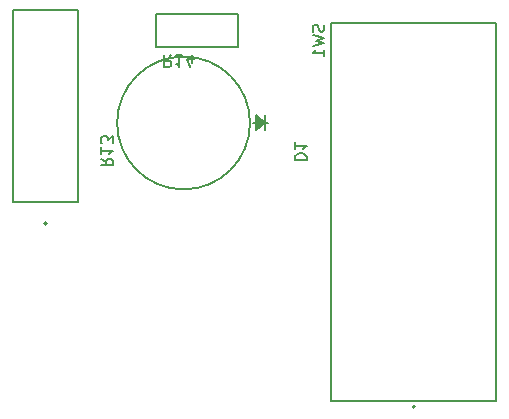
<source format=gbr>
%TF.GenerationSoftware,KiCad,Pcbnew,8.0.5*%
%TF.CreationDate,2024-12-06T09:36:11-05:00*%
%TF.ProjectId,Passive Cap Bank V1,50617373-6976-4652-9043-61702042616e,rev?*%
%TF.SameCoordinates,Original*%
%TF.FileFunction,Legend,Bot*%
%TF.FilePolarity,Positive*%
%FSLAX46Y46*%
G04 Gerber Fmt 4.6, Leading zero omitted, Abs format (unit mm)*
G04 Created by KiCad (PCBNEW 8.0.5) date 2024-12-06 09:36:11*
%MOMM*%
%LPD*%
G01*
G04 APERTURE LIST*
%ADD10C,0.150000*%
%ADD11C,0.152400*%
%ADD12C,0.127000*%
%ADD13C,0.200000*%
G04 APERTURE END LIST*
D10*
X168123942Y-44827680D02*
X167790609Y-45303871D01*
X167552514Y-44827680D02*
X167552514Y-45827680D01*
X167552514Y-45827680D02*
X167933466Y-45827680D01*
X167933466Y-45827680D02*
X168028704Y-45780061D01*
X168028704Y-45780061D02*
X168076323Y-45732442D01*
X168076323Y-45732442D02*
X168123942Y-45637204D01*
X168123942Y-45637204D02*
X168123942Y-45494347D01*
X168123942Y-45494347D02*
X168076323Y-45399109D01*
X168076323Y-45399109D02*
X168028704Y-45351490D01*
X168028704Y-45351490D02*
X167933466Y-45303871D01*
X167933466Y-45303871D02*
X167552514Y-45303871D01*
X169076323Y-44827680D02*
X168504895Y-44827680D01*
X168790609Y-44827680D02*
X168790609Y-45827680D01*
X168790609Y-45827680D02*
X168695371Y-45684823D01*
X168695371Y-45684823D02*
X168600133Y-45589585D01*
X168600133Y-45589585D02*
X168504895Y-45541966D01*
X169933466Y-45494347D02*
X169933466Y-44827680D01*
X169695371Y-45875300D02*
X169457276Y-45161014D01*
X169457276Y-45161014D02*
X170076323Y-45161014D01*
X178595180Y-53728094D02*
X179595180Y-53728094D01*
X179595180Y-53728094D02*
X179595180Y-53489999D01*
X179595180Y-53489999D02*
X179547561Y-53347142D01*
X179547561Y-53347142D02*
X179452323Y-53251904D01*
X179452323Y-53251904D02*
X179357085Y-53204285D01*
X179357085Y-53204285D02*
X179166609Y-53156666D01*
X179166609Y-53156666D02*
X179023752Y-53156666D01*
X179023752Y-53156666D02*
X178833276Y-53204285D01*
X178833276Y-53204285D02*
X178738038Y-53251904D01*
X178738038Y-53251904D02*
X178642800Y-53347142D01*
X178642800Y-53347142D02*
X178595180Y-53489999D01*
X178595180Y-53489999D02*
X178595180Y-53728094D01*
X178595180Y-52204285D02*
X178595180Y-52775713D01*
X178595180Y-52489999D02*
X179595180Y-52489999D01*
X179595180Y-52489999D02*
X179452323Y-52585237D01*
X179452323Y-52585237D02*
X179357085Y-52680475D01*
X179357085Y-52680475D02*
X179309466Y-52775713D01*
X162165180Y-53582857D02*
X162641371Y-53916190D01*
X162165180Y-54154285D02*
X163165180Y-54154285D01*
X163165180Y-54154285D02*
X163165180Y-53773333D01*
X163165180Y-53773333D02*
X163117561Y-53678095D01*
X163117561Y-53678095D02*
X163069942Y-53630476D01*
X163069942Y-53630476D02*
X162974704Y-53582857D01*
X162974704Y-53582857D02*
X162831847Y-53582857D01*
X162831847Y-53582857D02*
X162736609Y-53630476D01*
X162736609Y-53630476D02*
X162688990Y-53678095D01*
X162688990Y-53678095D02*
X162641371Y-53773333D01*
X162641371Y-53773333D02*
X162641371Y-54154285D01*
X162165180Y-52630476D02*
X162165180Y-53201904D01*
X162165180Y-52916190D02*
X163165180Y-52916190D01*
X163165180Y-52916190D02*
X163022323Y-53011428D01*
X163022323Y-53011428D02*
X162927085Y-53106666D01*
X162927085Y-53106666D02*
X162879466Y-53201904D01*
X163165180Y-52297142D02*
X163165180Y-51678095D01*
X163165180Y-51678095D02*
X162784228Y-52011428D01*
X162784228Y-52011428D02*
X162784228Y-51868571D01*
X162784228Y-51868571D02*
X162736609Y-51773333D01*
X162736609Y-51773333D02*
X162688990Y-51725714D01*
X162688990Y-51725714D02*
X162593752Y-51678095D01*
X162593752Y-51678095D02*
X162355657Y-51678095D01*
X162355657Y-51678095D02*
X162260419Y-51725714D01*
X162260419Y-51725714D02*
X162212800Y-51773333D01*
X162212800Y-51773333D02*
X162165180Y-51868571D01*
X162165180Y-51868571D02*
X162165180Y-52154285D01*
X162165180Y-52154285D02*
X162212800Y-52249523D01*
X162212800Y-52249523D02*
X162260419Y-52297142D01*
X181057200Y-42256667D02*
X181104819Y-42399524D01*
X181104819Y-42399524D02*
X181104819Y-42637619D01*
X181104819Y-42637619D02*
X181057200Y-42732857D01*
X181057200Y-42732857D02*
X181009580Y-42780476D01*
X181009580Y-42780476D02*
X180914342Y-42828095D01*
X180914342Y-42828095D02*
X180819104Y-42828095D01*
X180819104Y-42828095D02*
X180723866Y-42780476D01*
X180723866Y-42780476D02*
X180676247Y-42732857D01*
X180676247Y-42732857D02*
X180628628Y-42637619D01*
X180628628Y-42637619D02*
X180581009Y-42447143D01*
X180581009Y-42447143D02*
X180533390Y-42351905D01*
X180533390Y-42351905D02*
X180485771Y-42304286D01*
X180485771Y-42304286D02*
X180390533Y-42256667D01*
X180390533Y-42256667D02*
X180295295Y-42256667D01*
X180295295Y-42256667D02*
X180200057Y-42304286D01*
X180200057Y-42304286D02*
X180152438Y-42351905D01*
X180152438Y-42351905D02*
X180104819Y-42447143D01*
X180104819Y-42447143D02*
X180104819Y-42685238D01*
X180104819Y-42685238D02*
X180152438Y-42828095D01*
X180104819Y-43161429D02*
X181104819Y-43399524D01*
X181104819Y-43399524D02*
X180390533Y-43590000D01*
X180390533Y-43590000D02*
X181104819Y-43780476D01*
X181104819Y-43780476D02*
X180104819Y-44018572D01*
X181104819Y-44923333D02*
X181104819Y-44351905D01*
X181104819Y-44637619D02*
X180104819Y-44637619D01*
X180104819Y-44637619D02*
X180247676Y-44542381D01*
X180247676Y-44542381D02*
X180342914Y-44447143D01*
X180342914Y-44447143D02*
X180390533Y-44351905D01*
D11*
%TO.C,R14*%
X166860200Y-41358400D02*
X166860200Y-44101600D01*
X166860200Y-44101600D02*
X173819800Y-44101600D01*
X173819800Y-41358400D02*
X166860200Y-41358400D01*
X173819800Y-44101600D02*
X173819800Y-41358400D01*
%TO.C,D1*%
X175314100Y-49935000D02*
X176076100Y-50570000D01*
X175314100Y-50062000D02*
X176076100Y-50570000D01*
X175314100Y-50189000D02*
X176076100Y-50570000D01*
X175314100Y-50316000D02*
X176076100Y-50570000D01*
X175314100Y-50443000D02*
X176076100Y-50570000D01*
X175314100Y-50697000D02*
X176076100Y-50570000D01*
X175314100Y-50824000D02*
X176076100Y-50570000D01*
X175314100Y-50951000D02*
X176076100Y-50570000D01*
X175314100Y-51078000D02*
X176076100Y-50570000D01*
X175314100Y-51205000D02*
X175314100Y-49935000D01*
X175314100Y-51205000D02*
X176076100Y-50570000D01*
X176076100Y-51205000D02*
X176076100Y-49935000D01*
X176330100Y-50570000D02*
X175060100Y-50570000D01*
X174806100Y-50570000D02*
G75*
G02*
X163553900Y-50570000I-5626100J0D01*
G01*
X163553900Y-50570000D02*
G75*
G02*
X174806100Y-50570000I5626100J0D01*
G01*
%TO.C,R13*%
X154739500Y-41043000D02*
X154739500Y-57299000D01*
X154739500Y-57299000D02*
X160200500Y-57299000D01*
X160200500Y-41043000D02*
X154739500Y-41043000D01*
X160200500Y-41170000D02*
X160200500Y-57172000D01*
X160200500Y-57299000D02*
X160200500Y-41043000D01*
X157597000Y-59077000D02*
G75*
G02*
X157343000Y-59077000I-127000J0D01*
G01*
X157343000Y-59077000D02*
G75*
G02*
X157597000Y-59077000I127000J0D01*
G01*
D12*
%TO.C,SW1*%
X181650000Y-42090000D02*
X181650000Y-74090000D01*
X181650000Y-74090000D02*
X195650000Y-74090000D01*
X195650000Y-42090000D02*
X181650000Y-42090000D01*
X195650000Y-74090000D02*
X195650000Y-42090000D01*
D13*
X188750000Y-74590000D02*
G75*
G02*
X188550000Y-74590000I-100000J0D01*
G01*
X188550000Y-74590000D02*
G75*
G02*
X188750000Y-74590000I100000J0D01*
G01*
%TD*%
M02*

</source>
